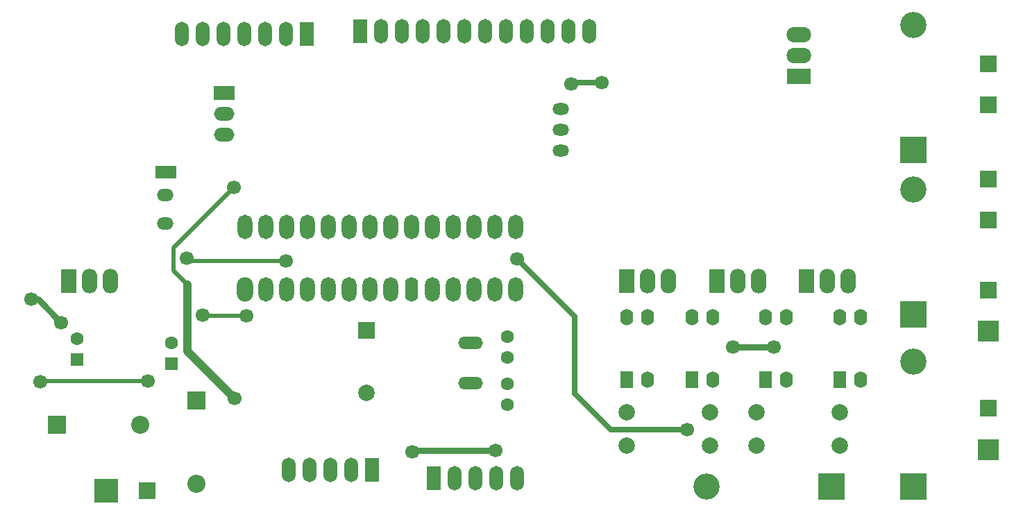
<source format=gbr>
G04 #@! TF.GenerationSoftware,KiCad,Pcbnew,(5.1.4)-1*
G04 #@! TF.CreationDate,2020-07-31T19:04:34-03:00*
G04 #@! TF.ProjectId,INYECTORES,494e5945-4354-44f5-9245-532e6b696361,rev?*
G04 #@! TF.SameCoordinates,Original*
G04 #@! TF.FileFunction,Copper,L1,Top*
G04 #@! TF.FilePolarity,Positive*
%FSLAX46Y46*%
G04 Gerber Fmt 4.6, Leading zero omitted, Abs format (unit mm)*
G04 Created by KiCad (PCBNEW (5.1.4)-1) date 2020-07-31 19:04:34*
%MOMM*%
%LPD*%
G04 APERTURE LIST*
%ADD10O,2.500000X1.700000*%
%ADD11R,2.500000X1.700000*%
%ADD12O,3.200000X3.200000*%
%ADD13R,3.200000X3.200000*%
%ADD14O,1.700000X3.000000*%
%ADD15R,1.700000X3.000000*%
%ADD16R,2.500000X2.500000*%
%ADD17R,2.000000X2.000000*%
%ADD18O,1.905000X3.000000*%
%ADD19R,1.905000X3.000000*%
%ADD20O,2.000000X1.440000*%
%ADD21O,3.000000X1.905000*%
%ADD22R,3.000000X1.905000*%
%ADD23O,1.600000X2.000000*%
%ADD24R,1.600000X2.000000*%
%ADD25O,2.200000X2.200000*%
%ADD26R,2.200000X2.200000*%
%ADD27C,2.000000*%
%ADD28R,2.500000X1.500000*%
%ADD29O,2.000000X1.500000*%
%ADD30C,1.600000*%
%ADD31R,1.600000X1.600000*%
%ADD32R,3.000000X3.000000*%
%ADD33O,1.800000X3.000000*%
%ADD34O,1.600000X3.000000*%
%ADD35O,2.000000X3.000000*%
%ADD36O,3.000000X1.500000*%
%ADD37C,1.700000*%
%ADD38C,0.800000*%
%ADD39C,0.550000*%
%ADD40C,0.700000*%
%ADD41C,1.000000*%
G04 APERTURE END LIST*
D10*
X62940000Y-129080000D03*
X62940000Y-126540000D03*
D11*
X62940000Y-124000000D03*
D12*
X147000000Y-156760000D03*
D13*
X147000000Y-172000000D03*
D14*
X107440000Y-116500000D03*
X104900000Y-116500000D03*
X102360000Y-116500000D03*
X99820000Y-116500000D03*
X97280000Y-116500000D03*
X94740000Y-116500000D03*
X92200000Y-116500000D03*
X89660000Y-116500000D03*
X87120000Y-116500000D03*
X84580000Y-116500000D03*
X82040000Y-116500000D03*
D15*
X79500000Y-116500000D03*
D16*
X156150000Y-153050000D03*
D17*
X156150000Y-148050000D03*
D18*
X139080000Y-147000000D03*
X136540000Y-147000000D03*
D19*
X134000000Y-147000000D03*
D12*
X147000000Y-135760000D03*
D13*
X147000000Y-151000000D03*
D20*
X104000000Y-131080000D03*
X104000000Y-128540000D03*
X104000000Y-126000000D03*
D12*
X147000000Y-115760000D03*
D13*
X147000000Y-131000000D03*
D17*
X156150000Y-125500000D03*
X156150000Y-120500000D03*
D21*
X133000000Y-116920000D03*
X133000000Y-119460000D03*
D22*
X133000000Y-122000000D03*
D23*
X129000000Y-151380000D03*
X131540000Y-159000000D03*
X131540000Y-151380000D03*
D24*
X129000000Y-159000000D03*
D18*
X117080000Y-147000000D03*
X114540000Y-147000000D03*
D19*
X112000000Y-147000000D03*
D25*
X59500000Y-171660000D03*
D26*
X59500000Y-161500000D03*
D18*
X49080000Y-147000000D03*
X46540000Y-147000000D03*
D19*
X44000000Y-147000000D03*
D18*
X128080000Y-147000000D03*
X125540000Y-147000000D03*
D19*
X123000000Y-147000000D03*
D23*
X112000000Y-151380000D03*
X114540000Y-159000000D03*
X114540000Y-151380000D03*
D24*
X112000000Y-159000000D03*
D12*
X121760000Y-172000000D03*
D13*
X137000000Y-172000000D03*
D27*
X80250000Y-160600000D03*
D17*
X80250000Y-153000000D03*
D23*
X120000000Y-151380000D03*
X122540000Y-159000000D03*
X122540000Y-151380000D03*
D24*
X120000000Y-159000000D03*
D14*
X98620000Y-171000000D03*
X96080000Y-171000000D03*
X93540000Y-171000000D03*
X91000000Y-171000000D03*
D15*
X88460000Y-171000000D03*
D27*
X127840000Y-167000000D03*
X138000000Y-167000000D03*
D28*
X55790000Y-133670000D03*
D29*
X55770000Y-139950000D03*
X55750000Y-136500000D03*
D30*
X56500000Y-154500000D03*
D31*
X56500000Y-157000000D03*
D16*
X156150000Y-167500000D03*
D17*
X156150000Y-162500000D03*
D32*
X48500000Y-172500000D03*
D17*
X53500000Y-172500000D03*
X156150000Y-139500000D03*
X156150000Y-134500000D03*
D27*
X122160000Y-163000000D03*
X112000000Y-163000000D03*
D33*
X65500000Y-140380000D03*
X98520000Y-148000000D03*
X68040000Y-140380000D03*
X95980000Y-148000000D03*
X70580000Y-140380000D03*
X93440000Y-148000000D03*
X73120000Y-140380000D03*
X90900000Y-148000000D03*
X75660000Y-140380000D03*
X88360000Y-148000000D03*
X78200000Y-140380000D03*
D34*
X85820000Y-148000000D03*
D33*
X80740000Y-140380000D03*
X83280000Y-148000000D03*
X83280000Y-140380000D03*
X80740000Y-148000000D03*
X85820000Y-140380000D03*
X78200000Y-148000000D03*
X88360000Y-140380000D03*
X75660000Y-148000000D03*
X90900000Y-140380000D03*
X73120000Y-148000000D03*
X93440000Y-140380000D03*
X70580000Y-148000000D03*
X95980000Y-140380000D03*
X68040000Y-148000000D03*
X98520000Y-140380000D03*
D35*
X65500000Y-148000000D03*
D27*
X122160000Y-167000000D03*
X112000000Y-167000000D03*
D14*
X70840000Y-170000000D03*
X73380000Y-170000000D03*
X75920000Y-170000000D03*
X78460000Y-170000000D03*
D15*
X81000000Y-170000000D03*
D23*
X138000000Y-151380000D03*
X140540000Y-159000000D03*
X140540000Y-151380000D03*
D24*
X138000000Y-159000000D03*
D27*
X127840000Y-163000000D03*
X138000000Y-163000000D03*
D14*
X57760000Y-116800000D03*
X60300000Y-116800000D03*
X62840000Y-116800000D03*
X65380000Y-116800000D03*
X67920000Y-116800000D03*
X70460000Y-116800000D03*
D15*
X73000000Y-116800000D03*
D25*
X52660000Y-164500000D03*
D26*
X42500000Y-164500000D03*
D30*
X45000000Y-154000000D03*
D31*
X45000000Y-156500000D03*
D36*
X93000000Y-159400000D03*
X93000000Y-154500000D03*
D30*
X97500000Y-159500000D03*
X97500000Y-162000000D03*
X97500000Y-153750000D03*
X97500000Y-156250000D03*
D37*
X96000000Y-167650000D03*
X85900000Y-167800000D03*
X130000000Y-155000000D03*
X125000000Y-155000000D03*
X43050000Y-152024998D03*
X39400001Y-149186753D03*
X53620000Y-159190000D03*
X40500000Y-159200000D03*
X108990000Y-122770000D03*
X105229990Y-122900000D03*
X119400000Y-165100000D03*
X98690000Y-144230000D03*
X65634056Y-151205944D03*
X60309990Y-151099998D03*
X58350006Y-144139994D03*
X70490000Y-144550000D03*
X64220000Y-161260000D03*
X64110000Y-135499998D03*
D38*
X125000000Y-155000000D02*
X130000000Y-155000000D01*
X86050000Y-167650000D02*
X85900000Y-167800000D01*
X96000000Y-167650000D02*
X86050000Y-167650000D01*
X43050000Y-152024998D02*
X40211755Y-149186753D01*
X40211755Y-149186753D02*
X39400001Y-149186753D01*
D39*
X40510000Y-159190000D02*
X40500000Y-159200000D01*
X53620000Y-159190000D02*
X40510000Y-159190000D01*
D40*
X108990000Y-122770000D02*
X105359990Y-122770000D01*
X105359990Y-122770000D02*
X105229990Y-122900000D01*
X110100000Y-165100000D02*
X105700000Y-160700000D01*
X105700000Y-160700000D02*
X105700000Y-151240000D01*
X99539999Y-145079999D02*
X98690000Y-144230000D01*
X119400000Y-165100000D02*
X110100000Y-165100000D01*
X105700000Y-151240000D02*
X99539999Y-145079999D01*
D39*
X65634056Y-151205944D02*
X60415936Y-151205944D01*
X60415936Y-151205944D02*
X60309990Y-151099998D01*
X58760012Y-144550000D02*
X70490000Y-144550000D01*
X58350006Y-144139994D02*
X58760012Y-144550000D01*
X56725005Y-142884993D02*
X63260001Y-136349997D01*
X63260001Y-136349997D02*
X64110000Y-135499998D01*
X56725005Y-145673011D02*
X56725005Y-142884993D01*
X58479998Y-147428004D02*
X56725005Y-145673011D01*
D41*
X58459989Y-147448013D02*
X58479998Y-147428004D01*
X58459989Y-155499989D02*
X58459989Y-147448013D01*
X64220000Y-161260000D02*
X58459989Y-155499989D01*
M02*

</source>
